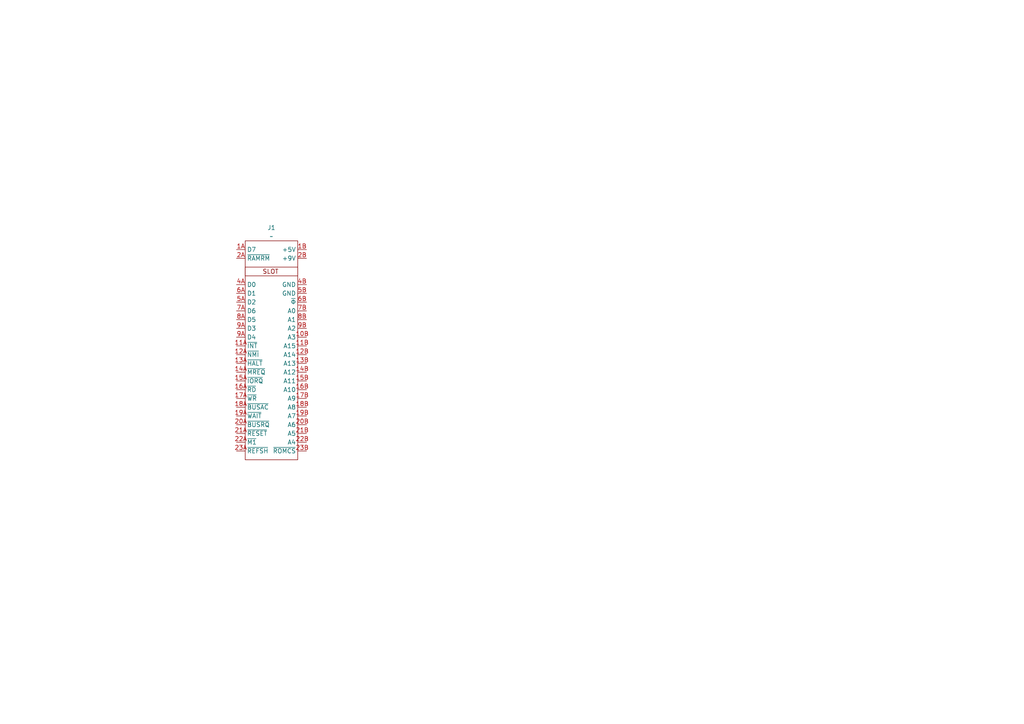
<source format=kicad_sch>
(kicad_sch (version 20250114) (generator "eeschema") (generator_version "9.0")
  (paper "A4")
  (lib_symbols
    (symbol "Clueless_Engineer:TS1500_Edge_Connector"
      (property "Reference" "J" (at 0 30.988 0))
      (symbol "TS1500_Edge_Connector_0_1"
        (rectangle (start -7.62 27.94) (end 7.62 -35.56))
        (rectangle (start -7.62 20.32) (end 7.62 17.78))
      )
      (symbol "TS1500_Edge_Connector_1_1"
        (text "SLOT" (at -0.254 19.05 0) (effects (font (size 1.27 1.27))))
        (pin bidirectional line (at -10.16 25.4 0) (length 2.54) (name "D7") (number "1A"))
        (pin bidirectional line (at -10.16 22.86 0) (length 2.54) (name "~{RAMRM}") (number "2A"))
        (pin bidirectional line (at -10.16 15.24 0) (length 2.54) (name "D0") (number "4A"))
        (pin bidirectional line (at -10.16 12.7 0) (length 2.54) (name "D1") (number "6A"))
        (pin bidirectional line (at -10.16 10.16 0) (length 2.54) (name "D2") (number "5A"))
        (pin bidirectional line (at -10.16 7.62 0) (length 2.54) (name "D6") (number "7A"))
        (pin bidirectional line (at -10.16 5.08 0) (length 2.54) (name "D5") (number "8A"))
        (pin bidirectional line (at -10.16 2.54 0) (length 2.54) (name "D3") (number "9A"))
        (pin bidirectional line (at -10.16 0 0) (length 2.54) (name "D4") (number "9A"))
        (pin bidirectional line (at -10.16 -2.54 0) (length 2.54) (name "~{INT}") (number "11A"))
        (pin bidirectional line (at -10.16 -5.08 0) (length 2.54) (name "~{NMI}") (number "12A"))
        (pin bidirectional line (at -10.16 -7.62 0) (length 2.54) (name "~{HALT}") (number "13A"))
        (pin bidirectional line (at -10.16 -10.16 0) (length 2.54) (name "~{MREQ}") (number "14A"))
        (pin bidirectional line (at -10.16 -12.7 0) (length 2.54) (name "~{IORQ}") (number "15A"))
        (pin bidirectional line (at -10.16 -15.24 0) (length 2.54) (name "~{RD}") (number "16A"))
        (pin bidirectional line (at -10.16 -17.78 0) (length 2.54) (name "~{WR}") (number "17A"))
        (pin bidirectional line (at -10.16 -20.32 0) (length 2.54) (name "~{BUSAC}") (number "18A"))
        (pin bidirectional line (at -10.16 -22.86 0) (length 2.54) (name "~{WAIT}") (number "19A"))
        (pin bidirectional line (at -10.16 -25.4 0) (length 2.54) (name "~{BUSRQ}") (number "20A"))
        (pin bidirectional line (at -10.16 -27.94 0) (length 2.54) (name "~{RESET}") (number "21A"))
        (pin bidirectional line (at -10.16 -30.48 0) (length 2.54) (name "~{M1}") (number "22A"))
        (pin bidirectional line (at -10.16 -33.02 0) (length 2.54) (name "~{REFSH}") (number "23A"))
        (pin power_out line (at 10.16 25.4 180) (length 2.54) (name "+5V") (number "1B"))
        (pin power_out line (at 10.16 22.86 180) (length 2.54) (name "+9V") (number "2B"))
        (pin power_out line (at 10.16 15.24 180) (length 2.54) (name "GND") (number "4B"))
        (pin power_out line (at 10.16 12.7 180) (length 2.54) (name "GND") (number "5B"))
        (pin bidirectional line (at 10.16 10.16 180) (length 2.54) (name "~{Φ}") (number "6B"))
        (pin bidirectional line (at 10.16 7.62 180) (length 2.54) (name "A0") (number "7B"))
        (pin bidirectional line (at 10.16 5.08 180) (length 2.54) (name "A1") (number "8B"))
        (pin bidirectional line (at 10.16 2.54 180) (length 2.54) (name "A2") (number "9B"))
        (pin bidirectional line (at 10.16 0 180) (length 2.54) (name "A3") (number "10B"))
        (pin bidirectional line (at 10.16 -2.54 180) (length 2.54) (name "A15") (number "11B"))
        (pin bidirectional line (at 10.16 -5.08 180) (length 2.54) (name "A14") (number "12B"))
        (pin bidirectional line (at 10.16 -7.62 180) (length 2.54) (name "A13") (number "13B"))
        (pin bidirectional line (at 10.16 -10.16 180) (length 2.54) (name "A12") (number "14B"))
        (pin bidirectional line (at 10.16 -12.7 180) (length 2.54) (name "A11") (number "15B"))
        (pin bidirectional line (at 10.16 -15.24 180) (length 2.54) (name "A10") (number "16B"))
        (pin bidirectional line (at 10.16 -17.78 180) (length 2.54) (name "A9") (number "17B"))
        (pin bidirectional line (at 10.16 -20.32 180) (length 2.54) (name "A8") (number "18B"))
        (pin bidirectional line (at 10.16 -22.86 180) (length 2.54) (name "A7") (number "19B"))
        (pin bidirectional line (at 10.16 -25.4 180) (length 2.54) (name "A6") (number "20B"))
        (pin bidirectional line (at 10.16 -27.94 180) (length 2.54) (name "A5") (number "21B"))
        (pin bidirectional line (at 10.16 -30.48 180) (length 2.54) (name "A4") (number "22B"))
        (pin bidirectional line (at 10.16 -33.02 180) (length 2.54) (name "~{ROMCS}") (number "23B"))
      )
    )
  )
  (symbol (lib_id "Clueless_Engineer:TS1500_Edge_Connector") (at 78.74 97.79 0) (unit 1)
    (property "Reference" "J1" (at 78.74 66.04 0))
    (property "Value" "~" (at 78.74 68.58 0))
  )
)
</source>
